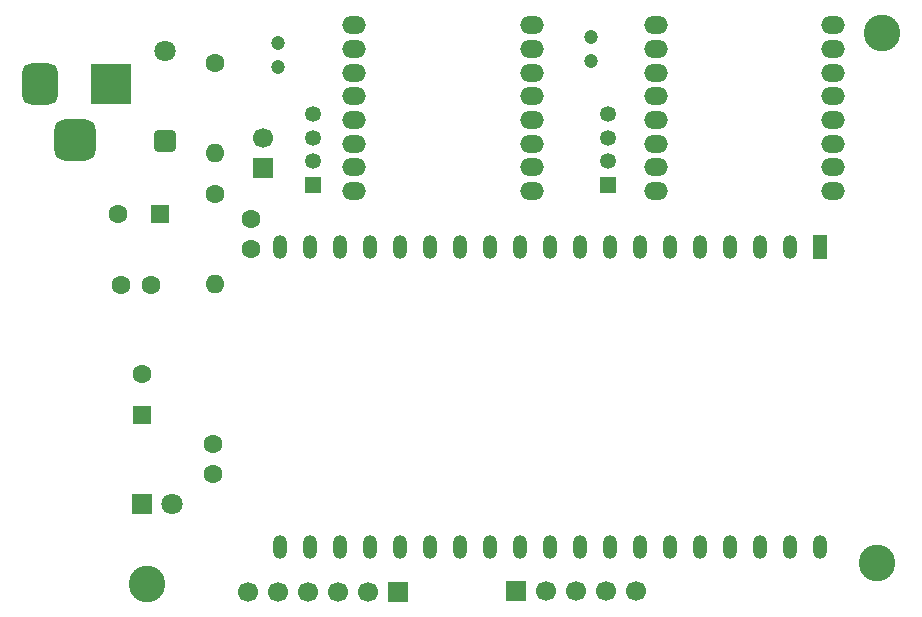
<source format=gbr>
%TF.GenerationSoftware,KiCad,Pcbnew,9.0.2*%
%TF.CreationDate,2025-05-21T14:28:12+05:30*%
%TF.ProjectId,esp32 master,65737033-3220-46d6-9173-7465722e6b69,rev?*%
%TF.SameCoordinates,Original*%
%TF.FileFunction,Soldermask,Bot*%
%TF.FilePolarity,Negative*%
%FSLAX46Y46*%
G04 Gerber Fmt 4.6, Leading zero omitted, Abs format (unit mm)*
G04 Created by KiCad (PCBNEW 9.0.2) date 2025-05-21 14:28:12*
%MOMM*%
%LPD*%
G01*
G04 APERTURE LIST*
G04 Aperture macros list*
%AMRoundRect*
0 Rectangle with rounded corners*
0 $1 Rounding radius*
0 $2 $3 $4 $5 $6 $7 $8 $9 X,Y pos of 4 corners*
0 Add a 4 corners polygon primitive as box body*
4,1,4,$2,$3,$4,$5,$6,$7,$8,$9,$2,$3,0*
0 Add four circle primitives for the rounded corners*
1,1,$1+$1,$2,$3*
1,1,$1+$1,$4,$5*
1,1,$1+$1,$6,$7*
1,1,$1+$1,$8,$9*
0 Add four rect primitives between the rounded corners*
20,1,$1+$1,$2,$3,$4,$5,0*
20,1,$1+$1,$4,$5,$6,$7,0*
20,1,$1+$1,$6,$7,$8,$9,0*
20,1,$1+$1,$8,$9,$2,$3,0*%
G04 Aperture macros list end*
%ADD10R,1.600000X1.600000*%
%ADD11C,1.600000*%
%ADD12R,1.700000X1.700000*%
%ADD13C,1.700000*%
%ADD14R,1.350000X1.350000*%
%ADD15C,1.350000*%
%ADD16O,1.600000X1.600000*%
%ADD17C,3.100000*%
%ADD18O,2.000000X1.500000*%
%ADD19C,1.200000*%
%ADD20R,1.800000X1.800000*%
%ADD21C,1.800000*%
%ADD22R,3.500000X3.500000*%
%ADD23RoundRect,0.750000X-0.750000X-1.000000X0.750000X-1.000000X0.750000X1.000000X-0.750000X1.000000X0*%
%ADD24RoundRect,0.875000X-0.875000X-0.875000X0.875000X-0.875000X0.875000X0.875000X-0.875000X0.875000X0*%
%ADD25R,1.200000X2.000000*%
%ADD26O,1.200000X2.000000*%
%ADD27RoundRect,0.250000X0.650000X-0.650000X0.650000X0.650000X-0.650000X0.650000X-0.650000X-0.650000X0*%
G04 APERTURE END LIST*
D10*
%TO.C,C5*%
X87000000Y-97500000D03*
D11*
X87000000Y-94000000D03*
%TD*%
%TO.C,C6*%
X96260000Y-83400000D03*
X96260000Y-80900000D03*
%TD*%
D12*
%TO.C,J2*%
X108710000Y-112490000D03*
D13*
X106170000Y-112490000D03*
X103630000Y-112490000D03*
X101090000Y-112490000D03*
X98550000Y-112490000D03*
X96010000Y-112490000D03*
%TD*%
D14*
%TO.C,J5*%
X101500000Y-78000000D03*
D15*
X101500000Y-76000000D03*
X101500000Y-74000000D03*
X101500000Y-72000000D03*
%TD*%
D11*
%TO.C,R1*%
X93180000Y-67640000D03*
D16*
X93180000Y-75260000D03*
%TD*%
D12*
%TO.C,J3*%
X118670000Y-112390000D03*
D13*
X121210000Y-112390000D03*
X123750000Y-112390000D03*
X126290000Y-112390000D03*
X128830000Y-112390000D03*
%TD*%
D17*
%TO.C,ST1*%
X87420000Y-111780000D03*
%TD*%
D18*
%TO.C,Driver1*%
X105000000Y-64500000D03*
X105000000Y-66500000D03*
X105000000Y-68500000D03*
X105000000Y-70500000D03*
X105000000Y-72500000D03*
X105000000Y-74500000D03*
X105000000Y-76500000D03*
X105000000Y-78500000D03*
X120000000Y-64500000D03*
X120000000Y-66500000D03*
X120000000Y-68500000D03*
X120000000Y-70500000D03*
X120000000Y-72500000D03*
X120000000Y-74500000D03*
X120000000Y-76500000D03*
X120000000Y-78500000D03*
%TD*%
D17*
%TO.C,ST3*%
X149690000Y-65110000D03*
%TD*%
D10*
%TO.C,C1*%
X88500000Y-80500000D03*
D11*
X85000000Y-80500000D03*
%TD*%
%TO.C,R3*%
X93000000Y-99960000D03*
X93000000Y-102500000D03*
%TD*%
D19*
%TO.C,C2*%
X98500000Y-66000000D03*
X98500000Y-68000000D03*
%TD*%
D18*
%TO.C,Driver2*%
X130500000Y-64500000D03*
X130500000Y-66500000D03*
X130500000Y-68500000D03*
X130500000Y-70500000D03*
X130500000Y-72500000D03*
X130500000Y-74500000D03*
X130500000Y-76500000D03*
X130500000Y-78500000D03*
X145500000Y-64500000D03*
X145500000Y-66500000D03*
X145500000Y-68500000D03*
X145500000Y-70500000D03*
X145500000Y-72500000D03*
X145500000Y-74500000D03*
X145500000Y-76500000D03*
X145500000Y-78500000D03*
%TD*%
D17*
%TO.C,ST2*%
X149250000Y-109980000D03*
%TD*%
D20*
%TO.C,D3*%
X87000000Y-105000000D03*
D21*
X89540000Y-105000000D03*
%TD*%
D19*
%TO.C,C4*%
X125000000Y-65500000D03*
X125000000Y-67500000D03*
%TD*%
D22*
%TO.C,J1*%
X84350000Y-69460000D03*
D23*
X78350000Y-69460000D03*
D24*
X81350000Y-74160000D03*
%TD*%
D25*
%TO.C,U2*%
X144403440Y-83300000D03*
D26*
X141863440Y-83300000D03*
X139323440Y-83300000D03*
X136783440Y-83300000D03*
X134243440Y-83300000D03*
X131703440Y-83300000D03*
X129163440Y-83300000D03*
X126623440Y-83300000D03*
X124083440Y-83300000D03*
X121543440Y-83300000D03*
X119003440Y-83300000D03*
X116463440Y-83300000D03*
X113923440Y-83300000D03*
X111383440Y-83300000D03*
X108843440Y-83300000D03*
X106303440Y-83300000D03*
X103763440Y-83300000D03*
X101223440Y-83300000D03*
X98683440Y-83300000D03*
X98686160Y-108696320D03*
X101226160Y-108696320D03*
X103763440Y-108700000D03*
X106303440Y-108700000D03*
X108843440Y-108700000D03*
X111383440Y-108700000D03*
X113923440Y-108700000D03*
X116463440Y-108700000D03*
X119003440Y-108700000D03*
X121543440Y-108700000D03*
X124083440Y-108700000D03*
X126623440Y-108700000D03*
X129163440Y-108700000D03*
X131703440Y-108700000D03*
X134243440Y-108700000D03*
X136783440Y-108700000D03*
X139323440Y-108700000D03*
X141863440Y-108700000D03*
X144403440Y-108700000D03*
%TD*%
D27*
%TO.C,D1*%
X89000000Y-74310000D03*
D21*
X89000000Y-66690000D03*
%TD*%
D12*
%TO.C,J4*%
X97290000Y-76580000D03*
D13*
X97290000Y-74040000D03*
%TD*%
D14*
%TO.C,J6*%
X126500000Y-78000000D03*
D15*
X126500000Y-76000000D03*
X126500000Y-74000000D03*
X126500000Y-72000000D03*
%TD*%
D11*
%TO.C,C3*%
X87750000Y-86500000D03*
X85250000Y-86500000D03*
%TD*%
%TO.C,R2*%
X93210000Y-78780000D03*
D16*
X93210000Y-86400000D03*
%TD*%
M02*

</source>
